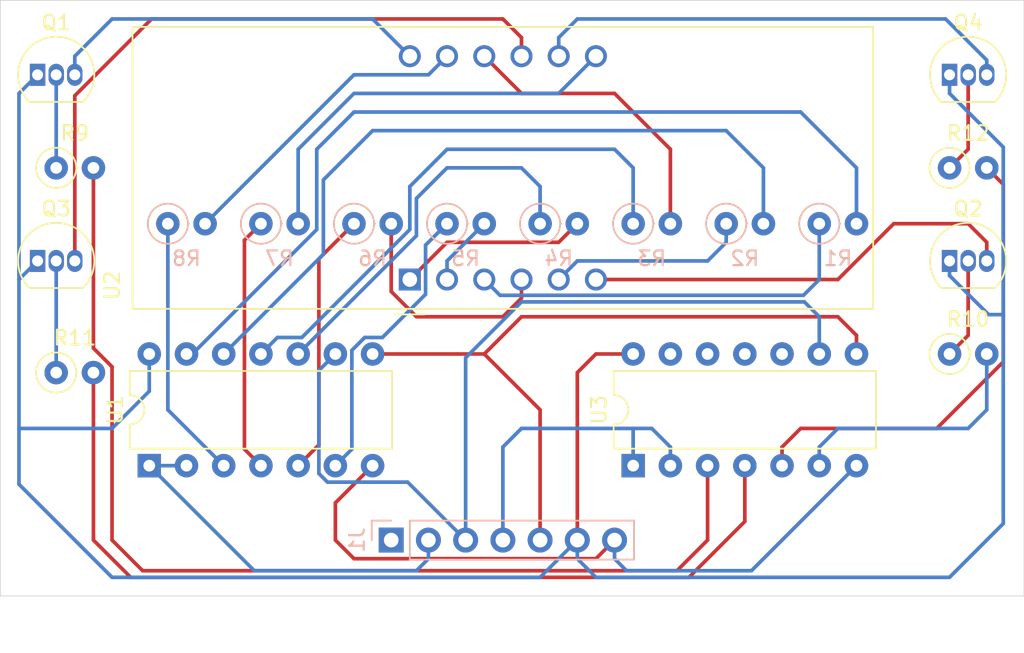
<source format=kicad_pcb>
(kicad_pcb (version 20171130) (host pcbnew "(5.1.8-0-10_14)")

  (general
    (thickness 1.6)
    (drawings 4)
    (tracks 181)
    (zones 0)
    (modules 20)
    (nets 40)
  )

  (page A4)
  (layers
    (0 F.Cu signal)
    (31 B.Cu signal)
    (32 B.Adhes user)
    (33 F.Adhes user)
    (34 B.Paste user)
    (35 F.Paste user)
    (36 B.SilkS user)
    (37 F.SilkS user)
    (38 B.Mask user)
    (39 F.Mask user)
    (40 Dwgs.User user)
    (41 Cmts.User user)
    (42 Eco1.User user)
    (43 Eco2.User user)
    (44 Edge.Cuts user)
    (45 Margin user)
    (46 B.CrtYd user)
    (47 F.CrtYd user)
    (48 B.Fab user)
    (49 F.Fab user)
  )

  (setup
    (last_trace_width 0.25)
    (trace_clearance 0.2)
    (zone_clearance 0.508)
    (zone_45_only no)
    (trace_min 0.2)
    (via_size 0.8)
    (via_drill 0.4)
    (via_min_size 0.4)
    (via_min_drill 0.3)
    (uvia_size 0.3)
    (uvia_drill 0.1)
    (uvias_allowed no)
    (uvia_min_size 0.2)
    (uvia_min_drill 0.1)
    (edge_width 0.05)
    (segment_width 0.2)
    (pcb_text_width 0.3)
    (pcb_text_size 1.5 1.5)
    (mod_edge_width 0.12)
    (mod_text_size 1 1)
    (mod_text_width 0.15)
    (pad_size 1.524 1.524)
    (pad_drill 0.762)
    (pad_to_mask_clearance 0)
    (aux_axis_origin 0 0)
    (visible_elements FFFFFF7F)
    (pcbplotparams
      (layerselection 0x010fc_ffffffff)
      (usegerberextensions false)
      (usegerberattributes true)
      (usegerberadvancedattributes true)
      (creategerberjobfile true)
      (excludeedgelayer true)
      (linewidth 0.100000)
      (plotframeref false)
      (viasonmask false)
      (mode 1)
      (useauxorigin false)
      (hpglpennumber 1)
      (hpglpenspeed 20)
      (hpglpendiameter 15.000000)
      (psnegative false)
      (psa4output false)
      (plotreference true)
      (plotvalue true)
      (plotinvisibletext false)
      (padsonsilk false)
      (subtractmaskfromsilk false)
      (outputformat 1)
      (mirror false)
      (drillshape 1)
      (scaleselection 1)
      (outputdirectory ""))
  )

  (net 0 "")
  (net 1 GND)
  (net 2 VCC)
  (net 3 /SCL)
  (net 4 /SDA)
  (net 5 /RES)
  (net 6 /DS)
  (net 7 "Net-(J1-Pad1)")
  (net 8 "Net-(Q1-Pad3)")
  (net 9 "Net-(Q1-Pad2)")
  (net 10 "Net-(Q2-Pad3)")
  (net 11 "Net-(Q2-Pad2)")
  (net 12 "Net-(Q3-Pad3)")
  (net 13 "Net-(Q3-Pad2)")
  (net 14 "Net-(Q4-Pad3)")
  (net 15 "Net-(Q4-Pad2)")
  (net 16 "Net-(R1-Pad2)")
  (net 17 "Net-(R1-Pad1)")
  (net 18 "Net-(R2-Pad2)")
  (net 19 "Net-(R2-Pad1)")
  (net 20 "Net-(R3-Pad2)")
  (net 21 "Net-(R3-Pad1)")
  (net 22 "Net-(R4-Pad2)")
  (net 23 "Net-(R4-Pad1)")
  (net 24 "Net-(R5-Pad2)")
  (net 25 "Net-(R5-Pad1)")
  (net 26 "Net-(R6-Pad2)")
  (net 27 "Net-(R6-Pad1)")
  (net 28 "Net-(R7-Pad2)")
  (net 29 "Net-(R7-Pad1)")
  (net 30 "Net-(R8-Pad2)")
  (net 31 "Net-(R8-Pad1)")
  (net 32 /CA1)
  (net 33 /CA4)
  (net 34 /CA2)
  (net 35 /CA3)
  (net 36 "Net-(U3-Pad13)")
  (net 37 "Net-(U3-Pad12)")
  (net 38 "Net-(U3-Pad11)")
  (net 39 "Net-(U3-Pad10)")

  (net_class Default "This is the default net class."
    (clearance 0.2)
    (trace_width 0.25)
    (via_dia 0.8)
    (via_drill 0.4)
    (uvia_dia 0.3)
    (uvia_drill 0.1)
    (add_net /CA1)
    (add_net /CA2)
    (add_net /CA3)
    (add_net /CA4)
    (add_net /DS)
    (add_net /RES)
    (add_net /SCL)
    (add_net /SDA)
    (add_net GND)
    (add_net "Net-(J1-Pad1)")
    (add_net "Net-(Q1-Pad2)")
    (add_net "Net-(Q1-Pad3)")
    (add_net "Net-(Q2-Pad2)")
    (add_net "Net-(Q2-Pad3)")
    (add_net "Net-(Q3-Pad2)")
    (add_net "Net-(Q3-Pad3)")
    (add_net "Net-(Q4-Pad2)")
    (add_net "Net-(Q4-Pad3)")
    (add_net "Net-(R1-Pad1)")
    (add_net "Net-(R1-Pad2)")
    (add_net "Net-(R2-Pad1)")
    (add_net "Net-(R2-Pad2)")
    (add_net "Net-(R3-Pad1)")
    (add_net "Net-(R3-Pad2)")
    (add_net "Net-(R4-Pad1)")
    (add_net "Net-(R4-Pad2)")
    (add_net "Net-(R5-Pad1)")
    (add_net "Net-(R5-Pad2)")
    (add_net "Net-(R6-Pad1)")
    (add_net "Net-(R6-Pad2)")
    (add_net "Net-(R7-Pad1)")
    (add_net "Net-(R7-Pad2)")
    (add_net "Net-(R8-Pad1)")
    (add_net "Net-(R8-Pad2)")
    (add_net "Net-(U3-Pad10)")
    (add_net "Net-(U3-Pad11)")
    (add_net "Net-(U3-Pad12)")
    (add_net "Net-(U3-Pad13)")
    (add_net VCC)
  )

  (module Display_7Segment:CA56-12EWA (layer F.Cu) (tedit 5A02FE84) (tstamp 5FC6D69D)
    (at 184.15 55.88 90)
    (descr "4 digit 7 segment green LED, http://www.kingbrightusa.com/images/catalog/SPEC/CA56-12EWA.pdf")
    (tags "4 digit 7 segment green LED")
    (path /5FC768C2)
    (fp_text reference U2 (at -0.4 -20.31 90) (layer F.SilkS)
      (effects (font (size 1 1) (thickness 0.15)))
    )
    (fp_text value CA56-12EWA (at 2.37 33.21 90) (layer F.Fab)
      (effects (font (size 1 1) (thickness 0.15)))
    )
    (fp_line (start -2 -18.92) (end 17.24 -18.92) (layer F.SilkS) (width 0.12))
    (fp_line (start -2 -18.92) (end -2 31.62) (layer F.SilkS) (width 0.12))
    (fp_line (start -2 31.62) (end 17.24 31.62) (layer F.SilkS) (width 0.12))
    (fp_line (start 17.24 31.62) (end 17.24 -18.92) (layer F.SilkS) (width 0.12))
    (fp_line (start -1.88 1) (end -0.88 0) (layer F.Fab) (width 0.1))
    (fp_line (start -0.88 0) (end -1.88 -1) (layer F.Fab) (width 0.1))
    (fp_line (start -1.88 -1) (end -1.88 -18.8) (layer F.Fab) (width 0.1))
    (fp_line (start -2.13 -19.05) (end 17.37 -19.05) (layer F.CrtYd) (width 0.05))
    (fp_line (start 17.37 -19.05) (end 17.37 31.75) (layer F.CrtYd) (width 0.05))
    (fp_line (start 17.37 31.75) (end -2.13 31.75) (layer F.CrtYd) (width 0.05))
    (fp_line (start -2.13 31.75) (end -2.13 -19.05) (layer F.CrtYd) (width 0.05))
    (fp_line (start -2.38 -1) (end -2.38 1) (layer F.SilkS) (width 0.12))
    (fp_line (start -1.88 -18.8) (end 17.12 -18.8) (layer F.Fab) (width 0.1))
    (fp_line (start 17.12 -18.8) (end 17.12 31.5) (layer F.Fab) (width 0.1))
    (fp_line (start -1.88 31.5) (end 17.12 31.5) (layer F.Fab) (width 0.1))
    (fp_line (start -1.88 1) (end -1.88 31.5) (layer F.Fab) (width 0.1))
    (fp_text user %R (at 8.128 6.604 90) (layer F.Fab)
      (effects (font (size 1 1) (thickness 0.15)))
    )
    (pad 12 thru_hole circle (at 15.24 0 90) (size 1.5 1.5) (drill 1) (layers *.Cu *.Mask)
      (net 8 "Net-(Q1-Pad3)"))
    (pad 11 thru_hole circle (at 15.24 2.54 90) (size 1.5 1.5) (drill 1) (layers *.Cu *.Mask)
      (net 30 "Net-(R8-Pad2)"))
    (pad 10 thru_hole circle (at 15.24 5.08 90) (size 1.5 1.5) (drill 1) (layers *.Cu *.Mask)
      (net 20 "Net-(R3-Pad2)"))
    (pad 9 thru_hole circle (at 15.24 7.62 90) (size 1.5 1.5) (drill 1) (layers *.Cu *.Mask)
      (net 12 "Net-(Q3-Pad3)"))
    (pad 8 thru_hole circle (at 15.24 10.16 90) (size 1.5 1.5) (drill 1) (layers *.Cu *.Mask)
      (net 14 "Net-(Q4-Pad3)"))
    (pad 7 thru_hole circle (at 15.24 12.7 90) (size 1.5 1.5) (drill 1) (layers *.Cu *.Mask)
      (net 28 "Net-(R7-Pad2)"))
    (pad 6 thru_hole circle (at 0 12.7 90) (size 1.5 1.5) (drill 1) (layers *.Cu *.Mask)
      (net 10 "Net-(Q2-Pad3)"))
    (pad 5 thru_hole circle (at 0 10.16 90) (size 1.5 1.5) (drill 1) (layers *.Cu *.Mask)
      (net 19 "Net-(R2-Pad1)"))
    (pad 4 thru_hole circle (at 0 7.62 90) (size 1.5 1.5) (drill 1) (layers *.Cu *.Mask)
      (net 26 "Net-(R6-Pad2)"))
    (pad 3 thru_hole circle (at 0 5.08 90) (size 1.5 1.5) (drill 1) (layers *.Cu *.Mask)
      (net 17 "Net-(R1-Pad1)"))
    (pad 2 thru_hole circle (at 0 2.54 90) (size 1.5 1.5) (drill 1) (layers *.Cu *.Mask)
      (net 24 "Net-(R5-Pad2)"))
    (pad 1 thru_hole rect (at 0 0 90) (size 1.5 1.5) (drill 1) (layers *.Cu *.Mask)
      (net 22 "Net-(R4-Pad2)"))
    (model ${KISYS3DMOD}/Display_7Segment.3dshapes/CA56-12EWA.wrl
      (at (xyz 0 0 0))
      (scale (xyz 1 1 1))
      (rotate (xyz 0 0 0))
    )
  )

  (module Package_DIP:DIP-14_W7.62mm (layer F.Cu) (tedit 5A02E8C5) (tstamp 5FC6D6BF)
    (at 199.39 68.58 90)
    (descr "14-lead though-hole mounted DIP package, row spacing 7.62 mm (300 mils)")
    (tags "THT DIP DIL PDIP 2.54mm 7.62mm 300mil")
    (path /5FDBA7A1)
    (fp_text reference U3 (at 3.81 -2.33 90) (layer F.SilkS)
      (effects (font (size 1 1) (thickness 0.15)))
    )
    (fp_text value 74HC164 (at 3.81 17.57 90) (layer F.Fab)
      (effects (font (size 1 1) (thickness 0.15)))
    )
    (fp_line (start 1.635 -1.27) (end 6.985 -1.27) (layer F.Fab) (width 0.1))
    (fp_line (start 6.985 -1.27) (end 6.985 16.51) (layer F.Fab) (width 0.1))
    (fp_line (start 6.985 16.51) (end 0.635 16.51) (layer F.Fab) (width 0.1))
    (fp_line (start 0.635 16.51) (end 0.635 -0.27) (layer F.Fab) (width 0.1))
    (fp_line (start 0.635 -0.27) (end 1.635 -1.27) (layer F.Fab) (width 0.1))
    (fp_line (start 2.81 -1.33) (end 1.16 -1.33) (layer F.SilkS) (width 0.12))
    (fp_line (start 1.16 -1.33) (end 1.16 16.57) (layer F.SilkS) (width 0.12))
    (fp_line (start 1.16 16.57) (end 6.46 16.57) (layer F.SilkS) (width 0.12))
    (fp_line (start 6.46 16.57) (end 6.46 -1.33) (layer F.SilkS) (width 0.12))
    (fp_line (start 6.46 -1.33) (end 4.81 -1.33) (layer F.SilkS) (width 0.12))
    (fp_line (start -1.1 -1.55) (end -1.1 16.8) (layer F.CrtYd) (width 0.05))
    (fp_line (start -1.1 16.8) (end 8.7 16.8) (layer F.CrtYd) (width 0.05))
    (fp_line (start 8.7 16.8) (end 8.7 -1.55) (layer F.CrtYd) (width 0.05))
    (fp_line (start 8.7 -1.55) (end -1.1 -1.55) (layer F.CrtYd) (width 0.05))
    (fp_text user %R (at 3.81 7.62 90) (layer F.Fab)
      (effects (font (size 1 1) (thickness 0.15)))
    )
    (fp_arc (start 3.81 -1.33) (end 2.81 -1.33) (angle -180) (layer F.SilkS) (width 0.12))
    (pad 14 thru_hole oval (at 7.62 0 90) (size 1.6 1.6) (drill 0.8) (layers *.Cu *.Mask)
      (net 2 VCC))
    (pad 7 thru_hole oval (at 0 15.24 90) (size 1.6 1.6) (drill 0.8) (layers *.Cu *.Mask)
      (net 1 GND))
    (pad 13 thru_hole oval (at 7.62 2.54 90) (size 1.6 1.6) (drill 0.8) (layers *.Cu *.Mask)
      (net 36 "Net-(U3-Pad13)"))
    (pad 6 thru_hole oval (at 0 12.7 90) (size 1.6 1.6) (drill 0.8) (layers *.Cu *.Mask)
      (net 33 /CA4))
    (pad 12 thru_hole oval (at 7.62 5.08 90) (size 1.6 1.6) (drill 0.8) (layers *.Cu *.Mask)
      (net 37 "Net-(U3-Pad12)"))
    (pad 5 thru_hole oval (at 0 10.16 90) (size 1.6 1.6) (drill 0.8) (layers *.Cu *.Mask)
      (net 35 /CA3))
    (pad 11 thru_hole oval (at 7.62 7.62 90) (size 1.6 1.6) (drill 0.8) (layers *.Cu *.Mask)
      (net 38 "Net-(U3-Pad11)"))
    (pad 4 thru_hole oval (at 0 7.62 90) (size 1.6 1.6) (drill 0.8) (layers *.Cu *.Mask)
      (net 34 /CA2))
    (pad 10 thru_hole oval (at 7.62 10.16 90) (size 1.6 1.6) (drill 0.8) (layers *.Cu *.Mask)
      (net 39 "Net-(U3-Pad10)"))
    (pad 3 thru_hole oval (at 0 5.08 90) (size 1.6 1.6) (drill 0.8) (layers *.Cu *.Mask)
      (net 32 /CA1))
    (pad 9 thru_hole oval (at 7.62 12.7 90) (size 1.6 1.6) (drill 0.8) (layers *.Cu *.Mask)
      (net 5 /RES))
    (pad 2 thru_hole oval (at 0 2.54 90) (size 1.6 1.6) (drill 0.8) (layers *.Cu *.Mask)
      (net 4 /SDA))
    (pad 8 thru_hole oval (at 7.62 15.24 90) (size 1.6 1.6) (drill 0.8) (layers *.Cu *.Mask)
      (net 3 /SCL))
    (pad 1 thru_hole rect (at 0 0 90) (size 1.6 1.6) (drill 0.8) (layers *.Cu *.Mask)
      (net 4 /SDA))
    (model ${KISYS3DMOD}/Package_DIP.3dshapes/DIP-14_W7.62mm.wrl
      (at (xyz 0 0 0))
      (scale (xyz 1 1 1))
      (rotate (xyz 0 0 0))
    )
  )

  (module Package_DIP:DIP-14_W7.62mm (layer F.Cu) (tedit 5A02E8C5) (tstamp 5FC6D67C)
    (at 166.37 68.58 90)
    (descr "14-lead though-hole mounted DIP package, row spacing 7.62 mm (300 mils)")
    (tags "THT DIP DIL PDIP 2.54mm 7.62mm 300mil")
    (path /5FDB6A83)
    (fp_text reference U1 (at 3.81 -2.33 90) (layer F.SilkS)
      (effects (font (size 1 1) (thickness 0.15)))
    )
    (fp_text value 74HC164 (at 3.81 17.57 90) (layer F.Fab)
      (effects (font (size 1 1) (thickness 0.15)))
    )
    (fp_line (start 1.635 -1.27) (end 6.985 -1.27) (layer F.Fab) (width 0.1))
    (fp_line (start 6.985 -1.27) (end 6.985 16.51) (layer F.Fab) (width 0.1))
    (fp_line (start 6.985 16.51) (end 0.635 16.51) (layer F.Fab) (width 0.1))
    (fp_line (start 0.635 16.51) (end 0.635 -0.27) (layer F.Fab) (width 0.1))
    (fp_line (start 0.635 -0.27) (end 1.635 -1.27) (layer F.Fab) (width 0.1))
    (fp_line (start 2.81 -1.33) (end 1.16 -1.33) (layer F.SilkS) (width 0.12))
    (fp_line (start 1.16 -1.33) (end 1.16 16.57) (layer F.SilkS) (width 0.12))
    (fp_line (start 1.16 16.57) (end 6.46 16.57) (layer F.SilkS) (width 0.12))
    (fp_line (start 6.46 16.57) (end 6.46 -1.33) (layer F.SilkS) (width 0.12))
    (fp_line (start 6.46 -1.33) (end 4.81 -1.33) (layer F.SilkS) (width 0.12))
    (fp_line (start -1.1 -1.55) (end -1.1 16.8) (layer F.CrtYd) (width 0.05))
    (fp_line (start -1.1 16.8) (end 8.7 16.8) (layer F.CrtYd) (width 0.05))
    (fp_line (start 8.7 16.8) (end 8.7 -1.55) (layer F.CrtYd) (width 0.05))
    (fp_line (start 8.7 -1.55) (end -1.1 -1.55) (layer F.CrtYd) (width 0.05))
    (fp_text user %R (at 3.81 7.62 90) (layer F.Fab)
      (effects (font (size 1 1) (thickness 0.15)))
    )
    (fp_arc (start 3.81 -1.33) (end 2.81 -1.33) (angle -180) (layer F.SilkS) (width 0.12))
    (pad 14 thru_hole oval (at 7.62 0 90) (size 1.6 1.6) (drill 0.8) (layers *.Cu *.Mask)
      (net 2 VCC))
    (pad 7 thru_hole oval (at 0 15.24 90) (size 1.6 1.6) (drill 0.8) (layers *.Cu *.Mask)
      (net 1 GND))
    (pad 13 thru_hole oval (at 7.62 2.54 90) (size 1.6 1.6) (drill 0.8) (layers *.Cu *.Mask)
      (net 16 "Net-(R1-Pad2)"))
    (pad 6 thru_hole oval (at 0 12.7 90) (size 1.6 1.6) (drill 0.8) (layers *.Cu *.Mask)
      (net 25 "Net-(R5-Pad1)"))
    (pad 12 thru_hole oval (at 7.62 5.08 90) (size 1.6 1.6) (drill 0.8) (layers *.Cu *.Mask)
      (net 18 "Net-(R2-Pad2)"))
    (pad 5 thru_hole oval (at 0 10.16 90) (size 1.6 1.6) (drill 0.8) (layers *.Cu *.Mask)
      (net 27 "Net-(R6-Pad1)"))
    (pad 11 thru_hole oval (at 7.62 7.62 90) (size 1.6 1.6) (drill 0.8) (layers *.Cu *.Mask)
      (net 21 "Net-(R3-Pad1)"))
    (pad 4 thru_hole oval (at 0 7.62 90) (size 1.6 1.6) (drill 0.8) (layers *.Cu *.Mask)
      (net 29 "Net-(R7-Pad1)"))
    (pad 10 thru_hole oval (at 7.62 10.16 90) (size 1.6 1.6) (drill 0.8) (layers *.Cu *.Mask)
      (net 23 "Net-(R4-Pad1)"))
    (pad 3 thru_hole oval (at 0 5.08 90) (size 1.6 1.6) (drill 0.8) (layers *.Cu *.Mask)
      (net 31 "Net-(R8-Pad1)"))
    (pad 9 thru_hole oval (at 7.62 12.7 90) (size 1.6 1.6) (drill 0.8) (layers *.Cu *.Mask)
      (net 5 /RES))
    (pad 2 thru_hole oval (at 0 2.54 90) (size 1.6 1.6) (drill 0.8) (layers *.Cu *.Mask)
      (net 6 /DS))
    (pad 8 thru_hole oval (at 7.62 15.24 90) (size 1.6 1.6) (drill 0.8) (layers *.Cu *.Mask)
      (net 3 /SCL))
    (pad 1 thru_hole rect (at 0 0 90) (size 1.6 1.6) (drill 0.8) (layers *.Cu *.Mask)
      (net 6 /DS))
    (model ${KISYS3DMOD}/Package_DIP.3dshapes/DIP-14_W7.62mm.wrl
      (at (xyz 0 0 0))
      (scale (xyz 1 1 1))
      (rotate (xyz 0 0 0))
    )
  )

  (module Resistor_THT:R_Axial_DIN0207_L6.3mm_D2.5mm_P2.54mm_Vertical (layer F.Cu) (tedit 5AE5139B) (tstamp 5FC6D65A)
    (at 220.98 48.26)
    (descr "Resistor, Axial_DIN0207 series, Axial, Vertical, pin pitch=2.54mm, 0.25W = 1/4W, length*diameter=6.3*2.5mm^2, http://cdn-reichelt.de/documents/datenblatt/B400/1_4W%23YAG.pdf")
    (tags "Resistor Axial_DIN0207 series Axial Vertical pin pitch 2.54mm 0.25W = 1/4W length 6.3mm diameter 2.5mm")
    (path /5FC70A7C)
    (fp_text reference R12 (at 1.27 -2.37) (layer F.SilkS)
      (effects (font (size 1 1) (thickness 0.15)))
    )
    (fp_text value 1K (at 1.27 2.37) (layer F.Fab)
      (effects (font (size 1 1) (thickness 0.15)))
    )
    (fp_circle (center 0 0) (end 1.25 0) (layer F.Fab) (width 0.1))
    (fp_circle (center 0 0) (end 1.37 0) (layer F.SilkS) (width 0.12))
    (fp_line (start 0 0) (end 2.54 0) (layer F.Fab) (width 0.1))
    (fp_line (start 1.37 0) (end 1.44 0) (layer F.SilkS) (width 0.12))
    (fp_line (start -1.5 -1.5) (end -1.5 1.5) (layer F.CrtYd) (width 0.05))
    (fp_line (start -1.5 1.5) (end 3.59 1.5) (layer F.CrtYd) (width 0.05))
    (fp_line (start 3.59 1.5) (end 3.59 -1.5) (layer F.CrtYd) (width 0.05))
    (fp_line (start 3.59 -1.5) (end -1.5 -1.5) (layer F.CrtYd) (width 0.05))
    (fp_text user %R (at 1.27 -2.37) (layer F.Fab)
      (effects (font (size 1 1) (thickness 0.15)))
    )
    (pad 2 thru_hole oval (at 2.54 0) (size 1.6 1.6) (drill 0.8) (layers *.Cu *.Mask)
      (net 35 /CA3))
    (pad 1 thru_hole circle (at 0 0) (size 1.6 1.6) (drill 0.8) (layers *.Cu *.Mask)
      (net 15 "Net-(Q4-Pad2)"))
    (model ${KISYS3DMOD}/Resistor_THT.3dshapes/R_Axial_DIN0207_L6.3mm_D2.5mm_P2.54mm_Vertical.wrl
      (at (xyz 0 0 0))
      (scale (xyz 1 1 1))
      (rotate (xyz 0 0 0))
    )
  )

  (module Resistor_THT:R_Axial_DIN0207_L6.3mm_D2.5mm_P2.54mm_Vertical (layer F.Cu) (tedit 5AE5139B) (tstamp 5FC67D9A)
    (at 160.02 62.23)
    (descr "Resistor, Axial_DIN0207 series, Axial, Vertical, pin pitch=2.54mm, 0.25W = 1/4W, length*diameter=6.3*2.5mm^2, http://cdn-reichelt.de/documents/datenblatt/B400/1_4W%23YAG.pdf")
    (tags "Resistor Axial_DIN0207 series Axial Vertical pin pitch 2.54mm 0.25W = 1/4W length 6.3mm diameter 2.5mm")
    (path /5FC6F724)
    (fp_text reference R11 (at 1.27 -2.37) (layer F.SilkS)
      (effects (font (size 1 1) (thickness 0.15)))
    )
    (fp_text value 1K (at 1.27 2.37) (layer F.Fab)
      (effects (font (size 1 1) (thickness 0.15)))
    )
    (fp_circle (center 0 0) (end 1.25 0) (layer F.Fab) (width 0.1))
    (fp_circle (center 0 0) (end 1.37 0) (layer F.SilkS) (width 0.12))
    (fp_line (start 0 0) (end 2.54 0) (layer F.Fab) (width 0.1))
    (fp_line (start 1.37 0) (end 1.44 0) (layer F.SilkS) (width 0.12))
    (fp_line (start -1.5 -1.5) (end -1.5 1.5) (layer F.CrtYd) (width 0.05))
    (fp_line (start -1.5 1.5) (end 3.59 1.5) (layer F.CrtYd) (width 0.05))
    (fp_line (start 3.59 1.5) (end 3.59 -1.5) (layer F.CrtYd) (width 0.05))
    (fp_line (start 3.59 -1.5) (end -1.5 -1.5) (layer F.CrtYd) (width 0.05))
    (fp_text user %R (at 1.27 -2.37) (layer F.Fab)
      (effects (font (size 1 1) (thickness 0.15)))
    )
    (pad 2 thru_hole oval (at 2.54 0) (size 1.6 1.6) (drill 0.8) (layers *.Cu *.Mask)
      (net 34 /CA2))
    (pad 1 thru_hole circle (at 0 0) (size 1.6 1.6) (drill 0.8) (layers *.Cu *.Mask)
      (net 13 "Net-(Q3-Pad2)"))
    (model ${KISYS3DMOD}/Resistor_THT.3dshapes/R_Axial_DIN0207_L6.3mm_D2.5mm_P2.54mm_Vertical.wrl
      (at (xyz 0 0 0))
      (scale (xyz 1 1 1))
      (rotate (xyz 0 0 0))
    )
  )

  (module Resistor_THT:R_Axial_DIN0207_L6.3mm_D2.5mm_P2.54mm_Vertical (layer F.Cu) (tedit 5AE5139B) (tstamp 5FC67DD3)
    (at 220.98 60.96)
    (descr "Resistor, Axial_DIN0207 series, Axial, Vertical, pin pitch=2.54mm, 0.25W = 1/4W, length*diameter=6.3*2.5mm^2, http://cdn-reichelt.de/documents/datenblatt/B400/1_4W%23YAG.pdf")
    (tags "Resistor Axial_DIN0207 series Axial Vertical pin pitch 2.54mm 0.25W = 1/4W length 6.3mm diameter 2.5mm")
    (path /5FC6E8A2)
    (fp_text reference R10 (at 1.27 -2.37) (layer F.SilkS)
      (effects (font (size 1 1) (thickness 0.15)))
    )
    (fp_text value 1K (at 1.27 2.37) (layer F.Fab)
      (effects (font (size 1 1) (thickness 0.15)))
    )
    (fp_circle (center 0 0) (end 1.25 0) (layer F.Fab) (width 0.1))
    (fp_circle (center 0 0) (end 1.37 0) (layer F.SilkS) (width 0.12))
    (fp_line (start 0 0) (end 2.54 0) (layer F.Fab) (width 0.1))
    (fp_line (start 1.37 0) (end 1.44 0) (layer F.SilkS) (width 0.12))
    (fp_line (start -1.5 -1.5) (end -1.5 1.5) (layer F.CrtYd) (width 0.05))
    (fp_line (start -1.5 1.5) (end 3.59 1.5) (layer F.CrtYd) (width 0.05))
    (fp_line (start 3.59 1.5) (end 3.59 -1.5) (layer F.CrtYd) (width 0.05))
    (fp_line (start 3.59 -1.5) (end -1.5 -1.5) (layer F.CrtYd) (width 0.05))
    (fp_text user %R (at 1.27 -2.37) (layer F.Fab)
      (effects (font (size 1 1) (thickness 0.15)))
    )
    (pad 2 thru_hole oval (at 2.54 0) (size 1.6 1.6) (drill 0.8) (layers *.Cu *.Mask)
      (net 33 /CA4))
    (pad 1 thru_hole circle (at 0 0) (size 1.6 1.6) (drill 0.8) (layers *.Cu *.Mask)
      (net 11 "Net-(Q2-Pad2)"))
    (model ${KISYS3DMOD}/Resistor_THT.3dshapes/R_Axial_DIN0207_L6.3mm_D2.5mm_P2.54mm_Vertical.wrl
      (at (xyz 0 0 0))
      (scale (xyz 1 1 1))
      (rotate (xyz 0 0 0))
    )
  )

  (module Resistor_THT:R_Axial_DIN0207_L6.3mm_D2.5mm_P2.54mm_Vertical (layer F.Cu) (tedit 5AE5139B) (tstamp 5FC6D62D)
    (at 160.02 48.26)
    (descr "Resistor, Axial_DIN0207 series, Axial, Vertical, pin pitch=2.54mm, 0.25W = 1/4W, length*diameter=6.3*2.5mm^2, http://cdn-reichelt.de/documents/datenblatt/B400/1_4W%23YAG.pdf")
    (tags "Resistor Axial_DIN0207 series Axial Vertical pin pitch 2.54mm 0.25W = 1/4W length 6.3mm diameter 2.5mm")
    (path /5FC712D4)
    (fp_text reference R9 (at 1.27 -2.37) (layer F.SilkS)
      (effects (font (size 1 1) (thickness 0.15)))
    )
    (fp_text value 1K (at 1.27 2.37) (layer F.Fab)
      (effects (font (size 1 1) (thickness 0.15)))
    )
    (fp_circle (center 0 0) (end 1.25 0) (layer F.Fab) (width 0.1))
    (fp_circle (center 0 0) (end 1.37 0) (layer F.SilkS) (width 0.12))
    (fp_line (start 0 0) (end 2.54 0) (layer F.Fab) (width 0.1))
    (fp_line (start 1.37 0) (end 1.44 0) (layer F.SilkS) (width 0.12))
    (fp_line (start -1.5 -1.5) (end -1.5 1.5) (layer F.CrtYd) (width 0.05))
    (fp_line (start -1.5 1.5) (end 3.59 1.5) (layer F.CrtYd) (width 0.05))
    (fp_line (start 3.59 1.5) (end 3.59 -1.5) (layer F.CrtYd) (width 0.05))
    (fp_line (start 3.59 -1.5) (end -1.5 -1.5) (layer F.CrtYd) (width 0.05))
    (fp_text user %R (at 1.27 -2.37) (layer F.Fab)
      (effects (font (size 1 1) (thickness 0.15)))
    )
    (pad 2 thru_hole oval (at 2.54 0) (size 1.6 1.6) (drill 0.8) (layers *.Cu *.Mask)
      (net 32 /CA1))
    (pad 1 thru_hole circle (at 0 0) (size 1.6 1.6) (drill 0.8) (layers *.Cu *.Mask)
      (net 9 "Net-(Q1-Pad2)"))
    (model ${KISYS3DMOD}/Resistor_THT.3dshapes/R_Axial_DIN0207_L6.3mm_D2.5mm_P2.54mm_Vertical.wrl
      (at (xyz 0 0 0))
      (scale (xyz 1 1 1))
      (rotate (xyz 0 0 0))
    )
  )

  (module Resistor_THT:R_Axial_DIN0207_L6.3mm_D2.5mm_P2.54mm_Vertical (layer B.Cu) (tedit 5AE5139B) (tstamp 5FC6D61E)
    (at 167.64 52.07)
    (descr "Resistor, Axial_DIN0207 series, Axial, Vertical, pin pitch=2.54mm, 0.25W = 1/4W, length*diameter=6.3*2.5mm^2, http://cdn-reichelt.de/documents/datenblatt/B400/1_4W%23YAG.pdf")
    (tags "Resistor Axial_DIN0207 series Axial Vertical pin pitch 2.54mm 0.25W = 1/4W length 6.3mm diameter 2.5mm")
    (path /5FC736D1)
    (fp_text reference R8 (at 1.27 2.37) (layer B.SilkS)
      (effects (font (size 1 1) (thickness 0.15)) (justify mirror))
    )
    (fp_text value 330 (at 1.27 -2.37) (layer B.Fab)
      (effects (font (size 1 1) (thickness 0.15)) (justify mirror))
    )
    (fp_circle (center 0 0) (end 1.25 0) (layer B.Fab) (width 0.1))
    (fp_circle (center 0 0) (end 1.37 0) (layer B.SilkS) (width 0.12))
    (fp_line (start 0 0) (end 2.54 0) (layer B.Fab) (width 0.1))
    (fp_line (start 1.37 0) (end 1.44 0) (layer B.SilkS) (width 0.12))
    (fp_line (start -1.5 1.5) (end -1.5 -1.5) (layer B.CrtYd) (width 0.05))
    (fp_line (start -1.5 -1.5) (end 3.59 -1.5) (layer B.CrtYd) (width 0.05))
    (fp_line (start 3.59 -1.5) (end 3.59 1.5) (layer B.CrtYd) (width 0.05))
    (fp_line (start 3.59 1.5) (end -1.5 1.5) (layer B.CrtYd) (width 0.05))
    (fp_text user %R (at 1.27 2.37) (layer B.Fab)
      (effects (font (size 1 1) (thickness 0.15)) (justify mirror))
    )
    (pad 2 thru_hole oval (at 2.54 0) (size 1.6 1.6) (drill 0.8) (layers *.Cu *.Mask)
      (net 30 "Net-(R8-Pad2)"))
    (pad 1 thru_hole circle (at 0 0) (size 1.6 1.6) (drill 0.8) (layers *.Cu *.Mask)
      (net 31 "Net-(R8-Pad1)"))
    (model ${KISYS3DMOD}/Resistor_THT.3dshapes/R_Axial_DIN0207_L6.3mm_D2.5mm_P2.54mm_Vertical.wrl
      (at (xyz 0 0 0))
      (scale (xyz 1 1 1))
      (rotate (xyz 0 0 0))
    )
  )

  (module Resistor_THT:R_Axial_DIN0207_L6.3mm_D2.5mm_P2.54mm_Vertical (layer B.Cu) (tedit 5AE5139B) (tstamp 5FC6D60F)
    (at 173.99 52.07)
    (descr "Resistor, Axial_DIN0207 series, Axial, Vertical, pin pitch=2.54mm, 0.25W = 1/4W, length*diameter=6.3*2.5mm^2, http://cdn-reichelt.de/documents/datenblatt/B400/1_4W%23YAG.pdf")
    (tags "Resistor Axial_DIN0207 series Axial Vertical pin pitch 2.54mm 0.25W = 1/4W length 6.3mm diameter 2.5mm")
    (path /5FC72F8E)
    (fp_text reference R7 (at 1.27 2.37) (layer B.SilkS)
      (effects (font (size 1 1) (thickness 0.15)) (justify mirror))
    )
    (fp_text value 330 (at 1.27 -2.37) (layer B.Fab)
      (effects (font (size 1 1) (thickness 0.15)) (justify mirror))
    )
    (fp_circle (center 0 0) (end 1.25 0) (layer B.Fab) (width 0.1))
    (fp_circle (center 0 0) (end 1.37 0) (layer B.SilkS) (width 0.12))
    (fp_line (start 0 0) (end 2.54 0) (layer B.Fab) (width 0.1))
    (fp_line (start 1.37 0) (end 1.44 0) (layer B.SilkS) (width 0.12))
    (fp_line (start -1.5 1.5) (end -1.5 -1.5) (layer B.CrtYd) (width 0.05))
    (fp_line (start -1.5 -1.5) (end 3.59 -1.5) (layer B.CrtYd) (width 0.05))
    (fp_line (start 3.59 -1.5) (end 3.59 1.5) (layer B.CrtYd) (width 0.05))
    (fp_line (start 3.59 1.5) (end -1.5 1.5) (layer B.CrtYd) (width 0.05))
    (fp_text user %R (at 1.27 2.37) (layer B.Fab)
      (effects (font (size 1 1) (thickness 0.15)) (justify mirror))
    )
    (pad 2 thru_hole oval (at 2.54 0) (size 1.6 1.6) (drill 0.8) (layers *.Cu *.Mask)
      (net 28 "Net-(R7-Pad2)"))
    (pad 1 thru_hole circle (at 0 0) (size 1.6 1.6) (drill 0.8) (layers *.Cu *.Mask)
      (net 29 "Net-(R7-Pad1)"))
    (model ${KISYS3DMOD}/Resistor_THT.3dshapes/R_Axial_DIN0207_L6.3mm_D2.5mm_P2.54mm_Vertical.wrl
      (at (xyz 0 0 0))
      (scale (xyz 1 1 1))
      (rotate (xyz 0 0 0))
    )
  )

  (module Resistor_THT:R_Axial_DIN0207_L6.3mm_D2.5mm_P2.54mm_Vertical (layer B.Cu) (tedit 5AE5139B) (tstamp 5FC6D600)
    (at 180.34 52.07)
    (descr "Resistor, Axial_DIN0207 series, Axial, Vertical, pin pitch=2.54mm, 0.25W = 1/4W, length*diameter=6.3*2.5mm^2, http://cdn-reichelt.de/documents/datenblatt/B400/1_4W%23YAG.pdf")
    (tags "Resistor Axial_DIN0207 series Axial Vertical pin pitch 2.54mm 0.25W = 1/4W length 6.3mm diameter 2.5mm")
    (path /5FC72A69)
    (fp_text reference R6 (at 1.27 2.37) (layer B.SilkS)
      (effects (font (size 1 1) (thickness 0.15)) (justify mirror))
    )
    (fp_text value 330 (at 1.27 -2.37) (layer B.Fab)
      (effects (font (size 1 1) (thickness 0.15)) (justify mirror))
    )
    (fp_circle (center 0 0) (end 1.25 0) (layer B.Fab) (width 0.1))
    (fp_circle (center 0 0) (end 1.37 0) (layer B.SilkS) (width 0.12))
    (fp_line (start 0 0) (end 2.54 0) (layer B.Fab) (width 0.1))
    (fp_line (start 1.37 0) (end 1.44 0) (layer B.SilkS) (width 0.12))
    (fp_line (start -1.5 1.5) (end -1.5 -1.5) (layer B.CrtYd) (width 0.05))
    (fp_line (start -1.5 -1.5) (end 3.59 -1.5) (layer B.CrtYd) (width 0.05))
    (fp_line (start 3.59 -1.5) (end 3.59 1.5) (layer B.CrtYd) (width 0.05))
    (fp_line (start 3.59 1.5) (end -1.5 1.5) (layer B.CrtYd) (width 0.05))
    (fp_text user %R (at 1.27 2.37) (layer B.Fab)
      (effects (font (size 1 1) (thickness 0.15)) (justify mirror))
    )
    (pad 2 thru_hole oval (at 2.54 0) (size 1.6 1.6) (drill 0.8) (layers *.Cu *.Mask)
      (net 26 "Net-(R6-Pad2)"))
    (pad 1 thru_hole circle (at 0 0) (size 1.6 1.6) (drill 0.8) (layers *.Cu *.Mask)
      (net 27 "Net-(R6-Pad1)"))
    (model ${KISYS3DMOD}/Resistor_THT.3dshapes/R_Axial_DIN0207_L6.3mm_D2.5mm_P2.54mm_Vertical.wrl
      (at (xyz 0 0 0))
      (scale (xyz 1 1 1))
      (rotate (xyz 0 0 0))
    )
  )

  (module Resistor_THT:R_Axial_DIN0207_L6.3mm_D2.5mm_P2.54mm_Vertical (layer B.Cu) (tedit 5AE5139B) (tstamp 5FC6D5F1)
    (at 186.69 52.07)
    (descr "Resistor, Axial_DIN0207 series, Axial, Vertical, pin pitch=2.54mm, 0.25W = 1/4W, length*diameter=6.3*2.5mm^2, http://cdn-reichelt.de/documents/datenblatt/B400/1_4W%23YAG.pdf")
    (tags "Resistor Axial_DIN0207 series Axial Vertical pin pitch 2.54mm 0.25W = 1/4W length 6.3mm diameter 2.5mm")
    (path /5FC7217C)
    (fp_text reference R5 (at 1.27 2.37) (layer B.SilkS)
      (effects (font (size 1 1) (thickness 0.15)) (justify mirror))
    )
    (fp_text value 330 (at 1.27 -2.37) (layer B.Fab)
      (effects (font (size 1 1) (thickness 0.15)) (justify mirror))
    )
    (fp_circle (center 0 0) (end 1.25 0) (layer B.Fab) (width 0.1))
    (fp_circle (center 0 0) (end 1.37 0) (layer B.SilkS) (width 0.12))
    (fp_line (start 0 0) (end 2.54 0) (layer B.Fab) (width 0.1))
    (fp_line (start 1.37 0) (end 1.44 0) (layer B.SilkS) (width 0.12))
    (fp_line (start -1.5 1.5) (end -1.5 -1.5) (layer B.CrtYd) (width 0.05))
    (fp_line (start -1.5 -1.5) (end 3.59 -1.5) (layer B.CrtYd) (width 0.05))
    (fp_line (start 3.59 -1.5) (end 3.59 1.5) (layer B.CrtYd) (width 0.05))
    (fp_line (start 3.59 1.5) (end -1.5 1.5) (layer B.CrtYd) (width 0.05))
    (fp_text user %R (at 1.27 2.37) (layer B.Fab)
      (effects (font (size 1 1) (thickness 0.15)) (justify mirror))
    )
    (pad 2 thru_hole oval (at 2.54 0) (size 1.6 1.6) (drill 0.8) (layers *.Cu *.Mask)
      (net 24 "Net-(R5-Pad2)"))
    (pad 1 thru_hole circle (at 0 0) (size 1.6 1.6) (drill 0.8) (layers *.Cu *.Mask)
      (net 25 "Net-(R5-Pad1)"))
    (model ${KISYS3DMOD}/Resistor_THT.3dshapes/R_Axial_DIN0207_L6.3mm_D2.5mm_P2.54mm_Vertical.wrl
      (at (xyz 0 0 0))
      (scale (xyz 1 1 1))
      (rotate (xyz 0 0 0))
    )
  )

  (module Resistor_THT:R_Axial_DIN0207_L6.3mm_D2.5mm_P2.54mm_Vertical (layer B.Cu) (tedit 5AE5139B) (tstamp 5FC6D5E2)
    (at 193.04 52.07)
    (descr "Resistor, Axial_DIN0207 series, Axial, Vertical, pin pitch=2.54mm, 0.25W = 1/4W, length*diameter=6.3*2.5mm^2, http://cdn-reichelt.de/documents/datenblatt/B400/1_4W%23YAG.pdf")
    (tags "Resistor Axial_DIN0207 series Axial Vertical pin pitch 2.54mm 0.25W = 1/4W length 6.3mm diameter 2.5mm")
    (path /5FC7193C)
    (fp_text reference R4 (at 1.27 2.37) (layer B.SilkS)
      (effects (font (size 1 1) (thickness 0.15)) (justify mirror))
    )
    (fp_text value 330 (at 1.27 -2.37) (layer B.Fab)
      (effects (font (size 1 1) (thickness 0.15)) (justify mirror))
    )
    (fp_circle (center 0 0) (end 1.25 0) (layer B.Fab) (width 0.1))
    (fp_circle (center 0 0) (end 1.37 0) (layer B.SilkS) (width 0.12))
    (fp_line (start 0 0) (end 2.54 0) (layer B.Fab) (width 0.1))
    (fp_line (start 1.37 0) (end 1.44 0) (layer B.SilkS) (width 0.12))
    (fp_line (start -1.5 1.5) (end -1.5 -1.5) (layer B.CrtYd) (width 0.05))
    (fp_line (start -1.5 -1.5) (end 3.59 -1.5) (layer B.CrtYd) (width 0.05))
    (fp_line (start 3.59 -1.5) (end 3.59 1.5) (layer B.CrtYd) (width 0.05))
    (fp_line (start 3.59 1.5) (end -1.5 1.5) (layer B.CrtYd) (width 0.05))
    (fp_text user %R (at 1.27 2.37) (layer B.Fab)
      (effects (font (size 1 1) (thickness 0.15)) (justify mirror))
    )
    (pad 2 thru_hole oval (at 2.54 0) (size 1.6 1.6) (drill 0.8) (layers *.Cu *.Mask)
      (net 22 "Net-(R4-Pad2)"))
    (pad 1 thru_hole circle (at 0 0) (size 1.6 1.6) (drill 0.8) (layers *.Cu *.Mask)
      (net 23 "Net-(R4-Pad1)"))
    (model ${KISYS3DMOD}/Resistor_THT.3dshapes/R_Axial_DIN0207_L6.3mm_D2.5mm_P2.54mm_Vertical.wrl
      (at (xyz 0 0 0))
      (scale (xyz 1 1 1))
      (rotate (xyz 0 0 0))
    )
  )

  (module Resistor_THT:R_Axial_DIN0207_L6.3mm_D2.5mm_P2.54mm_Vertical (layer B.Cu) (tedit 5AE5139B) (tstamp 5FC6D5D3)
    (at 199.39 52.07)
    (descr "Resistor, Axial_DIN0207 series, Axial, Vertical, pin pitch=2.54mm, 0.25W = 1/4W, length*diameter=6.3*2.5mm^2, http://cdn-reichelt.de/documents/datenblatt/B400/1_4W%23YAG.pdf")
    (tags "Resistor Axial_DIN0207 series Axial Vertical pin pitch 2.54mm 0.25W = 1/4W length 6.3mm diameter 2.5mm")
    (path /5FC73CFB)
    (fp_text reference R3 (at 1.27 2.37) (layer B.SilkS)
      (effects (font (size 1 1) (thickness 0.15)) (justify mirror))
    )
    (fp_text value 330 (at 1.27 -2.37) (layer B.Fab)
      (effects (font (size 1 1) (thickness 0.15)) (justify mirror))
    )
    (fp_circle (center 0 0) (end 1.25 0) (layer B.Fab) (width 0.1))
    (fp_circle (center 0 0) (end 1.37 0) (layer B.SilkS) (width 0.12))
    (fp_line (start 0 0) (end 2.54 0) (layer B.Fab) (width 0.1))
    (fp_line (start 1.37 0) (end 1.44 0) (layer B.SilkS) (width 0.12))
    (fp_line (start -1.5 1.5) (end -1.5 -1.5) (layer B.CrtYd) (width 0.05))
    (fp_line (start -1.5 -1.5) (end 3.59 -1.5) (layer B.CrtYd) (width 0.05))
    (fp_line (start 3.59 -1.5) (end 3.59 1.5) (layer B.CrtYd) (width 0.05))
    (fp_line (start 3.59 1.5) (end -1.5 1.5) (layer B.CrtYd) (width 0.05))
    (fp_text user %R (at 1.27 2.37) (layer B.Fab)
      (effects (font (size 1 1) (thickness 0.15)) (justify mirror))
    )
    (pad 2 thru_hole oval (at 2.54 0) (size 1.6 1.6) (drill 0.8) (layers *.Cu *.Mask)
      (net 20 "Net-(R3-Pad2)"))
    (pad 1 thru_hole circle (at 0 0) (size 1.6 1.6) (drill 0.8) (layers *.Cu *.Mask)
      (net 21 "Net-(R3-Pad1)"))
    (model ${KISYS3DMOD}/Resistor_THT.3dshapes/R_Axial_DIN0207_L6.3mm_D2.5mm_P2.54mm_Vertical.wrl
      (at (xyz 0 0 0))
      (scale (xyz 1 1 1))
      (rotate (xyz 0 0 0))
    )
  )

  (module Resistor_THT:R_Axial_DIN0207_L6.3mm_D2.5mm_P2.54mm_Vertical (layer B.Cu) (tedit 5AE5139B) (tstamp 5FC6D5C4)
    (at 205.74 52.07)
    (descr "Resistor, Axial_DIN0207 series, Axial, Vertical, pin pitch=2.54mm, 0.25W = 1/4W, length*diameter=6.3*2.5mm^2, http://cdn-reichelt.de/documents/datenblatt/B400/1_4W%23YAG.pdf")
    (tags "Resistor Axial_DIN0207 series Axial Vertical pin pitch 2.54mm 0.25W = 1/4W length 6.3mm diameter 2.5mm")
    (path /5FC743B6)
    (fp_text reference R2 (at 1.27 2.37) (layer B.SilkS)
      (effects (font (size 1 1) (thickness 0.15)) (justify mirror))
    )
    (fp_text value 330 (at 1.27 -2.37) (layer B.Fab)
      (effects (font (size 1 1) (thickness 0.15)) (justify mirror))
    )
    (fp_circle (center 0 0) (end 1.25 0) (layer B.Fab) (width 0.1))
    (fp_circle (center 0 0) (end 1.37 0) (layer B.SilkS) (width 0.12))
    (fp_line (start 0 0) (end 2.54 0) (layer B.Fab) (width 0.1))
    (fp_line (start 1.37 0) (end 1.44 0) (layer B.SilkS) (width 0.12))
    (fp_line (start -1.5 1.5) (end -1.5 -1.5) (layer B.CrtYd) (width 0.05))
    (fp_line (start -1.5 -1.5) (end 3.59 -1.5) (layer B.CrtYd) (width 0.05))
    (fp_line (start 3.59 -1.5) (end 3.59 1.5) (layer B.CrtYd) (width 0.05))
    (fp_line (start 3.59 1.5) (end -1.5 1.5) (layer B.CrtYd) (width 0.05))
    (fp_text user %R (at 1.27 2.37) (layer B.Fab)
      (effects (font (size 1 1) (thickness 0.15)) (justify mirror))
    )
    (pad 2 thru_hole oval (at 2.54 0) (size 1.6 1.6) (drill 0.8) (layers *.Cu *.Mask)
      (net 18 "Net-(R2-Pad2)"))
    (pad 1 thru_hole circle (at 0 0) (size 1.6 1.6) (drill 0.8) (layers *.Cu *.Mask)
      (net 19 "Net-(R2-Pad1)"))
    (model ${KISYS3DMOD}/Resistor_THT.3dshapes/R_Axial_DIN0207_L6.3mm_D2.5mm_P2.54mm_Vertical.wrl
      (at (xyz 0 0 0))
      (scale (xyz 1 1 1))
      (rotate (xyz 0 0 0))
    )
  )

  (module Resistor_THT:R_Axial_DIN0207_L6.3mm_D2.5mm_P2.54mm_Vertical (layer B.Cu) (tedit 5AE5139B) (tstamp 5FC6D5B5)
    (at 212.09 52.07)
    (descr "Resistor, Axial_DIN0207 series, Axial, Vertical, pin pitch=2.54mm, 0.25W = 1/4W, length*diameter=6.3*2.5mm^2, http://cdn-reichelt.de/documents/datenblatt/B400/1_4W%23YAG.pdf")
    (tags "Resistor Axial_DIN0207 series Axial Vertical pin pitch 2.54mm 0.25W = 1/4W length 6.3mm diameter 2.5mm")
    (path /5FC74C41)
    (fp_text reference R1 (at 1.27 2.37) (layer B.SilkS)
      (effects (font (size 1 1) (thickness 0.15)) (justify mirror))
    )
    (fp_text value 330 (at 1.27 -2.37) (layer B.Fab)
      (effects (font (size 1 1) (thickness 0.15)) (justify mirror))
    )
    (fp_circle (center 0 0) (end 1.25 0) (layer B.Fab) (width 0.1))
    (fp_circle (center 0 0) (end 1.37 0) (layer B.SilkS) (width 0.12))
    (fp_line (start 0 0) (end 2.54 0) (layer B.Fab) (width 0.1))
    (fp_line (start 1.37 0) (end 1.44 0) (layer B.SilkS) (width 0.12))
    (fp_line (start -1.5 1.5) (end -1.5 -1.5) (layer B.CrtYd) (width 0.05))
    (fp_line (start -1.5 -1.5) (end 3.59 -1.5) (layer B.CrtYd) (width 0.05))
    (fp_line (start 3.59 -1.5) (end 3.59 1.5) (layer B.CrtYd) (width 0.05))
    (fp_line (start 3.59 1.5) (end -1.5 1.5) (layer B.CrtYd) (width 0.05))
    (fp_text user %R (at 1.27 2.37) (layer B.Fab)
      (effects (font (size 1 1) (thickness 0.15)) (justify mirror))
    )
    (pad 2 thru_hole oval (at 2.54 0) (size 1.6 1.6) (drill 0.8) (layers *.Cu *.Mask)
      (net 16 "Net-(R1-Pad2)"))
    (pad 1 thru_hole circle (at 0 0) (size 1.6 1.6) (drill 0.8) (layers *.Cu *.Mask)
      (net 17 "Net-(R1-Pad1)"))
    (model ${KISYS3DMOD}/Resistor_THT.3dshapes/R_Axial_DIN0207_L6.3mm_D2.5mm_P2.54mm_Vertical.wrl
      (at (xyz 0 0 0))
      (scale (xyz 1 1 1))
      (rotate (xyz 0 0 0))
    )
  )

  (module Package_TO_SOT_THT:TO-92_Inline (layer F.Cu) (tedit 5A1DD157) (tstamp 5FC6D5A6)
    (at 220.98 41.91)
    (descr "TO-92 leads in-line, narrow, oval pads, drill 0.75mm (see NXP sot054_po.pdf)")
    (tags "to-92 sc-43 sc-43a sot54 PA33 transistor")
    (path /5FC6CB94)
    (fp_text reference Q4 (at 1.27 -3.56) (layer F.SilkS)
      (effects (font (size 1 1) (thickness 0.15)))
    )
    (fp_text value 2N3906 (at 1.27 2.79) (layer F.Fab)
      (effects (font (size 1 1) (thickness 0.15)))
    )
    (fp_line (start -0.53 1.85) (end 3.07 1.85) (layer F.SilkS) (width 0.12))
    (fp_line (start -0.5 1.75) (end 3 1.75) (layer F.Fab) (width 0.1))
    (fp_line (start -1.46 -2.73) (end 4 -2.73) (layer F.CrtYd) (width 0.05))
    (fp_line (start -1.46 -2.73) (end -1.46 2.01) (layer F.CrtYd) (width 0.05))
    (fp_line (start 4 2.01) (end 4 -2.73) (layer F.CrtYd) (width 0.05))
    (fp_line (start 4 2.01) (end -1.46 2.01) (layer F.CrtYd) (width 0.05))
    (fp_arc (start 1.27 0) (end 1.27 -2.6) (angle 135) (layer F.SilkS) (width 0.12))
    (fp_arc (start 1.27 0) (end 1.27 -2.48) (angle -135) (layer F.Fab) (width 0.1))
    (fp_arc (start 1.27 0) (end 1.27 -2.6) (angle -135) (layer F.SilkS) (width 0.12))
    (fp_arc (start 1.27 0) (end 1.27 -2.48) (angle 135) (layer F.Fab) (width 0.1))
    (fp_text user %R (at 1.27 0) (layer F.Fab)
      (effects (font (size 1 1) (thickness 0.15)))
    )
    (pad 1 thru_hole rect (at 0 0) (size 1.05 1.5) (drill 0.75) (layers *.Cu *.Mask)
      (net 2 VCC))
    (pad 3 thru_hole oval (at 2.54 0) (size 1.05 1.5) (drill 0.75) (layers *.Cu *.Mask)
      (net 14 "Net-(Q4-Pad3)"))
    (pad 2 thru_hole oval (at 1.27 0) (size 1.05 1.5) (drill 0.75) (layers *.Cu *.Mask)
      (net 15 "Net-(Q4-Pad2)"))
    (model ${KISYS3DMOD}/Package_TO_SOT_THT.3dshapes/TO-92_Inline.wrl
      (at (xyz 0 0 0))
      (scale (xyz 1 1 1))
      (rotate (xyz 0 0 0))
    )
  )

  (module Package_TO_SOT_THT:TO-92_Inline (layer F.Cu) (tedit 5A1DD157) (tstamp 5FC6D594)
    (at 158.75 54.61)
    (descr "TO-92 leads in-line, narrow, oval pads, drill 0.75mm (see NXP sot054_po.pdf)")
    (tags "to-92 sc-43 sc-43a sot54 PA33 transistor")
    (path /5FC6BFCE)
    (fp_text reference Q3 (at 1.27 -3.56) (layer F.SilkS)
      (effects (font (size 1 1) (thickness 0.15)))
    )
    (fp_text value 2N3906 (at 1.27 2.79) (layer F.Fab)
      (effects (font (size 1 1) (thickness 0.15)))
    )
    (fp_line (start -0.53 1.85) (end 3.07 1.85) (layer F.SilkS) (width 0.12))
    (fp_line (start -0.5 1.75) (end 3 1.75) (layer F.Fab) (width 0.1))
    (fp_line (start -1.46 -2.73) (end 4 -2.73) (layer F.CrtYd) (width 0.05))
    (fp_line (start -1.46 -2.73) (end -1.46 2.01) (layer F.CrtYd) (width 0.05))
    (fp_line (start 4 2.01) (end 4 -2.73) (layer F.CrtYd) (width 0.05))
    (fp_line (start 4 2.01) (end -1.46 2.01) (layer F.CrtYd) (width 0.05))
    (fp_arc (start 1.27 0) (end 1.27 -2.6) (angle 135) (layer F.SilkS) (width 0.12))
    (fp_arc (start 1.27 0) (end 1.27 -2.48) (angle -135) (layer F.Fab) (width 0.1))
    (fp_arc (start 1.27 0) (end 1.27 -2.6) (angle -135) (layer F.SilkS) (width 0.12))
    (fp_arc (start 1.27 0) (end 1.27 -2.48) (angle 135) (layer F.Fab) (width 0.1))
    (fp_text user %R (at 1.27 0) (layer F.Fab)
      (effects (font (size 1 1) (thickness 0.15)))
    )
    (pad 1 thru_hole rect (at 0 0) (size 1.05 1.5) (drill 0.75) (layers *.Cu *.Mask)
      (net 2 VCC))
    (pad 3 thru_hole oval (at 2.54 0) (size 1.05 1.5) (drill 0.75) (layers *.Cu *.Mask)
      (net 12 "Net-(Q3-Pad3)"))
    (pad 2 thru_hole oval (at 1.27 0) (size 1.05 1.5) (drill 0.75) (layers *.Cu *.Mask)
      (net 13 "Net-(Q3-Pad2)"))
    (model ${KISYS3DMOD}/Package_TO_SOT_THT.3dshapes/TO-92_Inline.wrl
      (at (xyz 0 0 0))
      (scale (xyz 1 1 1))
      (rotate (xyz 0 0 0))
    )
  )

  (module Package_TO_SOT_THT:TO-92_Inline (layer F.Cu) (tedit 5A1DD157) (tstamp 5FC6D582)
    (at 220.98 54.61)
    (descr "TO-92 leads in-line, narrow, oval pads, drill 0.75mm (see NXP sot054_po.pdf)")
    (tags "to-92 sc-43 sc-43a sot54 PA33 transistor")
    (path /5FC6AE57)
    (fp_text reference Q2 (at 1.27 -3.56) (layer F.SilkS)
      (effects (font (size 1 1) (thickness 0.15)))
    )
    (fp_text value 2N3906 (at 1.27 2.79) (layer F.Fab)
      (effects (font (size 1 1) (thickness 0.15)))
    )
    (fp_line (start -0.53 1.85) (end 3.07 1.85) (layer F.SilkS) (width 0.12))
    (fp_line (start -0.5 1.75) (end 3 1.75) (layer F.Fab) (width 0.1))
    (fp_line (start -1.46 -2.73) (end 4 -2.73) (layer F.CrtYd) (width 0.05))
    (fp_line (start -1.46 -2.73) (end -1.46 2.01) (layer F.CrtYd) (width 0.05))
    (fp_line (start 4 2.01) (end 4 -2.73) (layer F.CrtYd) (width 0.05))
    (fp_line (start 4 2.01) (end -1.46 2.01) (layer F.CrtYd) (width 0.05))
    (fp_arc (start 1.27 0) (end 1.27 -2.6) (angle 135) (layer F.SilkS) (width 0.12))
    (fp_arc (start 1.27 0) (end 1.27 -2.48) (angle -135) (layer F.Fab) (width 0.1))
    (fp_arc (start 1.27 0) (end 1.27 -2.6) (angle -135) (layer F.SilkS) (width 0.12))
    (fp_arc (start 1.27 0) (end 1.27 -2.48) (angle 135) (layer F.Fab) (width 0.1))
    (fp_text user %R (at 1.27 0) (layer F.Fab)
      (effects (font (size 1 1) (thickness 0.15)))
    )
    (pad 1 thru_hole rect (at 0 0) (size 1.05 1.5) (drill 0.75) (layers *.Cu *.Mask)
      (net 2 VCC))
    (pad 3 thru_hole oval (at 2.54 0) (size 1.05 1.5) (drill 0.75) (layers *.Cu *.Mask)
      (net 10 "Net-(Q2-Pad3)"))
    (pad 2 thru_hole oval (at 1.27 0) (size 1.05 1.5) (drill 0.75) (layers *.Cu *.Mask)
      (net 11 "Net-(Q2-Pad2)"))
    (model ${KISYS3DMOD}/Package_TO_SOT_THT.3dshapes/TO-92_Inline.wrl
      (at (xyz 0 0 0))
      (scale (xyz 1 1 1))
      (rotate (xyz 0 0 0))
    )
  )

  (module Package_TO_SOT_THT:TO-92_Inline (layer F.Cu) (tedit 5A1DD157) (tstamp 5FC6D570)
    (at 158.75 41.91)
    (descr "TO-92 leads in-line, narrow, oval pads, drill 0.75mm (see NXP sot054_po.pdf)")
    (tags "to-92 sc-43 sc-43a sot54 PA33 transistor")
    (path /5FC693C0)
    (fp_text reference Q1 (at 1.27 -3.56) (layer F.SilkS)
      (effects (font (size 1 1) (thickness 0.15)))
    )
    (fp_text value 2N3906 (at 1.27 2.79) (layer F.Fab)
      (effects (font (size 1 1) (thickness 0.15)))
    )
    (fp_line (start -0.53 1.85) (end 3.07 1.85) (layer F.SilkS) (width 0.12))
    (fp_line (start -0.5 1.75) (end 3 1.75) (layer F.Fab) (width 0.1))
    (fp_line (start -1.46 -2.73) (end 4 -2.73) (layer F.CrtYd) (width 0.05))
    (fp_line (start -1.46 -2.73) (end -1.46 2.01) (layer F.CrtYd) (width 0.05))
    (fp_line (start 4 2.01) (end 4 -2.73) (layer F.CrtYd) (width 0.05))
    (fp_line (start 4 2.01) (end -1.46 2.01) (layer F.CrtYd) (width 0.05))
    (fp_arc (start 1.27 0) (end 1.27 -2.6) (angle 135) (layer F.SilkS) (width 0.12))
    (fp_arc (start 1.27 0) (end 1.27 -2.48) (angle -135) (layer F.Fab) (width 0.1))
    (fp_arc (start 1.27 0) (end 1.27 -2.6) (angle -135) (layer F.SilkS) (width 0.12))
    (fp_arc (start 1.27 0) (end 1.27 -2.48) (angle 135) (layer F.Fab) (width 0.1))
    (fp_text user %R (at 1.27 0) (layer F.Fab)
      (effects (font (size 1 1) (thickness 0.15)))
    )
    (pad 1 thru_hole rect (at 0 0) (size 1.05 1.5) (drill 0.75) (layers *.Cu *.Mask)
      (net 2 VCC))
    (pad 3 thru_hole oval (at 2.54 0) (size 1.05 1.5) (drill 0.75) (layers *.Cu *.Mask)
      (net 8 "Net-(Q1-Pad3)"))
    (pad 2 thru_hole oval (at 1.27 0) (size 1.05 1.5) (drill 0.75) (layers *.Cu *.Mask)
      (net 9 "Net-(Q1-Pad2)"))
    (model ${KISYS3DMOD}/Package_TO_SOT_THT.3dshapes/TO-92_Inline.wrl
      (at (xyz 0 0 0))
      (scale (xyz 1 1 1))
      (rotate (xyz 0 0 0))
    )
  )

  (module Connector_PinHeader_2.54mm:PinHeader_1x07_P2.54mm_Vertical (layer B.Cu) (tedit 59FED5CC) (tstamp 5FC6D55E)
    (at 182.88 73.66 270)
    (descr "Through hole straight pin header, 1x07, 2.54mm pitch, single row")
    (tags "Through hole pin header THT 1x07 2.54mm single row")
    (path /5FC85445)
    (fp_text reference J1 (at 0 2.33 270) (layer B.SilkS)
      (effects (font (size 1 1) (thickness 0.15)) (justify mirror))
    )
    (fp_text value Conn_01x07_Female (at 0 -17.57 270) (layer B.Fab)
      (effects (font (size 1 1) (thickness 0.15)) (justify mirror))
    )
    (fp_line (start -0.635 1.27) (end 1.27 1.27) (layer B.Fab) (width 0.1))
    (fp_line (start 1.27 1.27) (end 1.27 -16.51) (layer B.Fab) (width 0.1))
    (fp_line (start 1.27 -16.51) (end -1.27 -16.51) (layer B.Fab) (width 0.1))
    (fp_line (start -1.27 -16.51) (end -1.27 0.635) (layer B.Fab) (width 0.1))
    (fp_line (start -1.27 0.635) (end -0.635 1.27) (layer B.Fab) (width 0.1))
    (fp_line (start -1.33 -16.57) (end 1.33 -16.57) (layer B.SilkS) (width 0.12))
    (fp_line (start -1.33 -1.27) (end -1.33 -16.57) (layer B.SilkS) (width 0.12))
    (fp_line (start 1.33 -1.27) (end 1.33 -16.57) (layer B.SilkS) (width 0.12))
    (fp_line (start -1.33 -1.27) (end 1.33 -1.27) (layer B.SilkS) (width 0.12))
    (fp_line (start -1.33 0) (end -1.33 1.33) (layer B.SilkS) (width 0.12))
    (fp_line (start -1.33 1.33) (end 0 1.33) (layer B.SilkS) (width 0.12))
    (fp_line (start -1.8 1.8) (end -1.8 -17.05) (layer B.CrtYd) (width 0.05))
    (fp_line (start -1.8 -17.05) (end 1.8 -17.05) (layer B.CrtYd) (width 0.05))
    (fp_line (start 1.8 -17.05) (end 1.8 1.8) (layer B.CrtYd) (width 0.05))
    (fp_line (start 1.8 1.8) (end -1.8 1.8) (layer B.CrtYd) (width 0.05))
    (fp_text user %R (at 0 -7.62) (layer B.Fab)
      (effects (font (size 1 1) (thickness 0.15)) (justify mirror))
    )
    (pad 7 thru_hole oval (at 0 -15.24 270) (size 1.7 1.7) (drill 1) (layers *.Cu *.Mask)
      (net 1 GND))
    (pad 6 thru_hole oval (at 0 -12.7 270) (size 1.7 1.7) (drill 1) (layers *.Cu *.Mask)
      (net 2 VCC))
    (pad 5 thru_hole oval (at 0 -10.16 270) (size 1.7 1.7) (drill 1) (layers *.Cu *.Mask)
      (net 3 /SCL))
    (pad 4 thru_hole oval (at 0 -7.62 270) (size 1.7 1.7) (drill 1) (layers *.Cu *.Mask)
      (net 4 /SDA))
    (pad 3 thru_hole oval (at 0 -5.08 270) (size 1.7 1.7) (drill 1) (layers *.Cu *.Mask)
      (net 5 /RES))
    (pad 2 thru_hole oval (at 0 -2.54 270) (size 1.7 1.7) (drill 1) (layers *.Cu *.Mask)
      (net 6 /DS))
    (pad 1 thru_hole rect (at 0 0 270) (size 1.7 1.7) (drill 1) (layers *.Cu *.Mask)
      (net 7 "Net-(J1-Pad1)"))
    (model ${KISYS3DMOD}/Connector_PinHeader_2.54mm.3dshapes/PinHeader_1x07_P2.54mm_Vertical.wrl
      (at (xyz 0 0 0))
      (scale (xyz 1 1 1))
      (rotate (xyz 0 0 0))
    )
  )

  (gr_line (start 226.06 36.83) (end 156.21 36.83) (layer Edge.Cuts) (width 0.05) (tstamp 5FC6AB6D))
  (gr_line (start 226.06 77.47) (end 226.06 36.83) (layer Edge.Cuts) (width 0.05))
  (gr_line (start 156.21 77.47) (end 226.06 77.47) (layer Edge.Cuts) (width 0.05))
  (gr_line (start 156.21 36.83) (end 156.21 77.47) (layer Edge.Cuts) (width 0.05))

  (segment (start 181.61 68.58) (end 179.07 71.12) (width 0.25) (layer F.Cu) (net 1))
  (segment (start 179.07 71.12) (end 179.07 73.66) (width 0.25) (layer F.Cu) (net 1))
  (segment (start 179.07 73.66) (end 180.34 74.93) (width 0.25) (layer F.Cu) (net 1))
  (segment (start 196.85 74.93) (end 198.12 73.66) (width 0.25) (layer F.Cu) (net 1))
  (segment (start 180.34 74.93) (end 196.85 74.93) (width 0.25) (layer F.Cu) (net 1))
  (segment (start 214.63 68.58) (end 207.46001 75.74999) (width 0.25) (layer B.Cu) (net 1))
  (segment (start 207.46001 75.74999) (end 198.93999 75.74999) (width 0.25) (layer B.Cu) (net 1))
  (segment (start 198.12 74.93) (end 198.12 73.66) (width 0.25) (layer B.Cu) (net 1))
  (segment (start 198.93999 75.74999) (end 198.12 74.93) (width 0.25) (layer B.Cu) (net 1))
  (segment (start 195.58 73.66) (end 193.04 76.2) (width 0.25) (layer B.Cu) (net 2))
  (segment (start 193.04 76.2) (end 163.83 76.2) (width 0.25) (layer B.Cu) (net 2))
  (segment (start 163.83 76.2) (end 157.48 69.85) (width 0.25) (layer B.Cu) (net 2))
  (segment (start 157.48 43.18) (end 158.75 41.91) (width 0.25) (layer B.Cu) (net 2))
  (segment (start 157.48 55.88) (end 158.75 54.61) (width 0.25) (layer B.Cu) (net 2))
  (segment (start 157.48 69.85) (end 157.48 55.88) (width 0.25) (layer B.Cu) (net 2))
  (segment (start 157.48 55.88) (end 157.48 43.18) (width 0.25) (layer B.Cu) (net 2))
  (segment (start 166.37 60.96) (end 166.37 63.5) (width 0.25) (layer B.Cu) (net 2))
  (segment (start 166.37 63.5) (end 163.83 66.04) (width 0.25) (layer B.Cu) (net 2))
  (segment (start 163.83 66.04) (end 157.48 66.04) (width 0.25) (layer B.Cu) (net 2))
  (segment (start 195.58 73.66) (end 195.58 74.93) (width 0.25) (layer B.Cu) (net 2))
  (segment (start 195.58 74.93) (end 196.85 76.2) (width 0.25) (layer B.Cu) (net 2))
  (segment (start 196.85 76.2) (end 220.98 76.2) (width 0.25) (layer B.Cu) (net 2))
  (segment (start 220.98 76.2) (end 224.645001 72.534999) (width 0.25) (layer B.Cu) (net 2))
  (segment (start 220.98 43.18) (end 220.98 41.91) (width 0.25) (layer B.Cu) (net 2))
  (segment (start 224.645001 46.845001) (end 220.98 43.18) (width 0.25) (layer B.Cu) (net 2))
  (segment (start 223.645001 58.275001) (end 224.645001 58.275001) (width 0.25) (layer B.Cu) (net 2))
  (segment (start 220.98 55.61) (end 223.645001 58.275001) (width 0.25) (layer B.Cu) (net 2))
  (segment (start 220.98 54.61) (end 220.98 55.61) (width 0.25) (layer B.Cu) (net 2))
  (segment (start 224.645001 58.275001) (end 224.645001 46.845001) (width 0.25) (layer B.Cu) (net 2))
  (segment (start 224.645001 72.534999) (end 224.645001 58.275001) (width 0.25) (layer B.Cu) (net 2))
  (segment (start 195.58 73.66) (end 195.58 62.23) (width 0.25) (layer F.Cu) (net 2))
  (segment (start 196.85 60.96) (end 199.39 60.96) (width 0.25) (layer F.Cu) (net 2))
  (segment (start 195.58 62.23) (end 196.85 60.96) (width 0.25) (layer F.Cu) (net 2))
  (segment (start 193.04 64.77) (end 193.04 73.66) (width 0.25) (layer F.Cu) (net 3))
  (segment (start 189.23 60.96) (end 193.04 64.77) (width 0.25) (layer F.Cu) (net 3))
  (segment (start 181.61 60.96) (end 189.23 60.96) (width 0.25) (layer F.Cu) (net 3))
  (segment (start 213.36 58.42) (end 214.63 59.69) (width 0.25) (layer F.Cu) (net 3))
  (segment (start 214.63 59.69) (end 214.63 60.96) (width 0.25) (layer F.Cu) (net 3))
  (segment (start 191.77 58.42) (end 213.36 58.42) (width 0.25) (layer F.Cu) (net 3))
  (segment (start 189.23 60.96) (end 191.77 58.42) (width 0.25) (layer F.Cu) (net 3))
  (segment (start 190.5 73.66) (end 190.5 67.31) (width 0.25) (layer B.Cu) (net 4))
  (segment (start 190.5 67.31) (end 191.77 66.04) (width 0.25) (layer B.Cu) (net 4))
  (segment (start 191.77 66.04) (end 200.66 66.04) (width 0.25) (layer B.Cu) (net 4))
  (segment (start 201.93 67.31) (end 201.93 68.58) (width 0.25) (layer B.Cu) (net 4))
  (segment (start 200.66 66.04) (end 201.93 67.31) (width 0.25) (layer B.Cu) (net 4))
  (segment (start 199.39 68.58) (end 199.39 66.04) (width 0.25) (layer B.Cu) (net 4))
  (segment (start 177.944999 69.120001) (end 177.944999 62.085001) (width 0.25) (layer B.Cu) (net 5))
  (segment (start 178.529999 69.705001) (end 177.944999 69.120001) (width 0.25) (layer B.Cu) (net 5))
  (segment (start 184.005001 69.705001) (end 178.529999 69.705001) (width 0.25) (layer B.Cu) (net 5))
  (segment (start 177.944999 62.085001) (end 179.07 60.96) (width 0.25) (layer B.Cu) (net 5))
  (segment (start 187.96 73.66) (end 184.005001 69.705001) (width 0.25) (layer B.Cu) (net 5))
  (segment (start 187.96 73.66) (end 187.96 61.215011) (width 0.25) (layer B.Cu) (net 5))
  (segment (start 187.96 61.215011) (end 191.77 57.405011) (width 0.25) (layer B.Cu) (net 5))
  (segment (start 191.77 57.405011) (end 211.075011 57.405011) (width 0.25) (layer B.Cu) (net 5))
  (segment (start 212.09 58.42) (end 212.09 60.96) (width 0.25) (layer B.Cu) (net 5))
  (segment (start 211.075011 57.405011) (end 212.09 58.42) (width 0.25) (layer B.Cu) (net 5))
  (segment (start 173.53999 75.74999) (end 184.60001 75.74999) (width 0.25) (layer B.Cu) (net 6))
  (segment (start 166.37 68.58) (end 173.53999 75.74999) (width 0.25) (layer B.Cu) (net 6))
  (segment (start 185.42 74.93) (end 185.42 73.66) (width 0.25) (layer B.Cu) (net 6))
  (segment (start 184.60001 75.74999) (end 185.42 74.93) (width 0.25) (layer B.Cu) (net 6))
  (segment (start 166.37 68.58) (end 168.91 68.58) (width 0.25) (layer B.Cu) (net 6))
  (segment (start 161.29 41.91) (end 161.29 40.64) (width 0.25) (layer B.Cu) (net 8))
  (segment (start 161.29 40.64) (end 163.83 38.1) (width 0.25) (layer B.Cu) (net 8))
  (segment (start 181.61 38.1) (end 184.15 40.64) (width 0.25) (layer B.Cu) (net 8))
  (segment (start 163.83 38.1) (end 181.61 38.1) (width 0.25) (layer B.Cu) (net 8))
  (segment (start 160.02 48.26) (end 160.02 41.91) (width 0.25) (layer B.Cu) (net 9))
  (segment (start 196.85 55.88) (end 213.36 55.88) (width 0.25) (layer F.Cu) (net 10))
  (segment (start 213.36 55.88) (end 217.17 52.07) (width 0.25) (layer F.Cu) (net 10))
  (segment (start 217.17 52.07) (end 222.25 52.07) (width 0.25) (layer F.Cu) (net 10))
  (segment (start 223.52 53.34) (end 223.52 54.61) (width 0.25) (layer F.Cu) (net 10))
  (segment (start 222.25 52.07) (end 223.52 53.34) (width 0.25) (layer F.Cu) (net 10))
  (segment (start 222.25 59.69) (end 220.98 60.96) (width 0.25) (layer F.Cu) (net 11))
  (segment (start 222.25 54.61) (end 222.25 59.69) (width 0.25) (layer F.Cu) (net 11))
  (segment (start 161.29 43.337095) (end 166.527095 38.1) (width 0.25) (layer F.Cu) (net 12))
  (segment (start 161.29 54.61) (end 161.29 43.337095) (width 0.25) (layer F.Cu) (net 12))
  (segment (start 166.527095 38.1) (end 190.5 38.1) (width 0.25) (layer F.Cu) (net 12))
  (segment (start 191.77 39.37) (end 191.77 40.64) (width 0.25) (layer F.Cu) (net 12))
  (segment (start 190.5 38.1) (end 191.77 39.37) (width 0.25) (layer F.Cu) (net 12))
  (segment (start 160.02 54.61) (end 160.02 62.23) (width 0.25) (layer B.Cu) (net 13))
  (segment (start 223.52 40.91) (end 220.71 38.1) (width 0.25) (layer B.Cu) (net 14))
  (segment (start 223.52 41.91) (end 223.52 40.91) (width 0.25) (layer B.Cu) (net 14))
  (segment (start 220.71 38.1) (end 195.58 38.1) (width 0.25) (layer B.Cu) (net 14))
  (segment (start 194.31 39.37) (end 194.31 40.64) (width 0.25) (layer B.Cu) (net 14))
  (segment (start 195.58 38.1) (end 194.31 39.37) (width 0.25) (layer B.Cu) (net 14))
  (segment (start 222.25 46.99) (end 220.98 48.26) (width 0.25) (layer F.Cu) (net 15))
  (segment (start 222.25 41.91) (end 222.25 46.99) (width 0.25) (layer F.Cu) (net 15))
  (segment (start 214.63 48.26) (end 214.63 52.07) (width 0.25) (layer B.Cu) (net 16))
  (segment (start 210.82 44.45) (end 214.63 48.26) (width 0.25) (layer B.Cu) (net 16))
  (segment (start 180.34 44.45) (end 210.82 44.45) (width 0.25) (layer B.Cu) (net 16))
  (segment (start 177.8 52.465002) (end 177.8 46.99) (width 0.25) (layer B.Cu) (net 16))
  (segment (start 169.305002 60.96) (end 177.8 52.465002) (width 0.25) (layer B.Cu) (net 16))
  (segment (start 177.8 46.99) (end 180.34 44.45) (width 0.25) (layer B.Cu) (net 16))
  (segment (start 168.91 60.96) (end 169.305002 60.96) (width 0.25) (layer B.Cu) (net 16))
  (segment (start 190.305001 56.955001) (end 211.014999 56.955001) (width 0.25) (layer B.Cu) (net 17))
  (segment (start 189.23 55.88) (end 190.305001 56.955001) (width 0.25) (layer B.Cu) (net 17))
  (segment (start 212.09 55.88) (end 212.09 52.07) (width 0.25) (layer B.Cu) (net 17))
  (segment (start 211.014999 56.955001) (end 212.09 55.88) (width 0.25) (layer B.Cu) (net 17))
  (segment (start 178.25001 54.15999) (end 178.25001 49.07999) (width 0.25) (layer B.Cu) (net 18))
  (segment (start 171.45 60.96) (end 178.25001 54.15999) (width 0.25) (layer B.Cu) (net 18))
  (segment (start 178.25001 49.07999) (end 181.61 45.72) (width 0.25) (layer B.Cu) (net 18))
  (segment (start 181.61 45.72) (end 205.74 45.72) (width 0.25) (layer B.Cu) (net 18))
  (segment (start 208.28 48.26) (end 208.28 52.07) (width 0.25) (layer B.Cu) (net 18))
  (segment (start 205.74 45.72) (end 208.28 48.26) (width 0.25) (layer B.Cu) (net 18))
  (segment (start 194.31 55.88) (end 195.58 54.61) (width 0.25) (layer B.Cu) (net 19))
  (segment (start 195.58 54.61) (end 204.47 54.61) (width 0.25) (layer B.Cu) (net 19))
  (segment (start 205.74 53.34) (end 205.74 52.07) (width 0.25) (layer B.Cu) (net 19))
  (segment (start 204.47 54.61) (end 205.74 53.34) (width 0.25) (layer B.Cu) (net 19))
  (segment (start 189.23 40.64) (end 191.77 43.18) (width 0.25) (layer F.Cu) (net 20))
  (segment (start 191.77 43.18) (end 198.12 43.18) (width 0.25) (layer F.Cu) (net 20))
  (segment (start 201.93 46.99) (end 201.93 52.07) (width 0.25) (layer F.Cu) (net 20))
  (segment (start 198.12 43.18) (end 201.93 46.99) (width 0.25) (layer F.Cu) (net 20))
  (segment (start 175.115001 59.834999) (end 176.780003 59.834999) (width 0.25) (layer B.Cu) (net 21))
  (segment (start 176.780003 59.834999) (end 184.15 52.465002) (width 0.25) (layer B.Cu) (net 21))
  (segment (start 173.99 60.96) (end 175.115001 59.834999) (width 0.25) (layer B.Cu) (net 21))
  (segment (start 184.15 52.465002) (end 184.15 49.53) (width 0.25) (layer B.Cu) (net 21))
  (segment (start 184.15 49.53) (end 186.69 46.99) (width 0.25) (layer B.Cu) (net 21))
  (segment (start 186.69 46.99) (end 198.12 46.99) (width 0.25) (layer B.Cu) (net 21))
  (segment (start 199.39 48.26) (end 199.39 52.07) (width 0.25) (layer B.Cu) (net 21))
  (segment (start 198.12 46.99) (end 199.39 48.26) (width 0.25) (layer B.Cu) (net 21))
  (segment (start 184.15 55.88) (end 186.69 53.34) (width 0.25) (layer F.Cu) (net 22))
  (segment (start 194.31 53.34) (end 195.58 52.07) (width 0.25) (layer F.Cu) (net 22))
  (segment (start 186.69 53.34) (end 194.31 53.34) (width 0.25) (layer F.Cu) (net 22))
  (segment (start 193.04 52.07) (end 193.04 49.53) (width 0.25) (layer B.Cu) (net 23))
  (segment (start 193.04 49.53) (end 191.77 48.26) (width 0.25) (layer B.Cu) (net 23))
  (segment (start 186.69 48.26) (end 184.60001 50.34999) (width 0.25) (layer B.Cu) (net 23))
  (segment (start 191.77 48.26) (end 186.69 48.26) (width 0.25) (layer B.Cu) (net 23))
  (segment (start 183.33001 54.15999) (end 176.53 60.96) (width 0.25) (layer B.Cu) (net 23))
  (segment (start 184.60001 52.88999) (end 183.33001 54.15999) (width 0.25) (layer B.Cu) (net 23))
  (segment (start 184.60001 50.34999) (end 184.60001 52.88999) (width 0.25) (layer B.Cu) (net 23))
  (segment (start 189.23 52.07) (end 186.69 54.61) (width 0.25) (layer B.Cu) (net 24))
  (segment (start 186.69 54.61) (end 186.69 55.88) (width 0.25) (layer B.Cu) (net 24))
  (segment (start 180.195001 60.709997) (end 180.195001 67.454999) (width 0.25) (layer B.Cu) (net 25))
  (segment (start 180.195001 67.454999) (end 179.07 68.58) (width 0.25) (layer B.Cu) (net 25))
  (segment (start 181.069999 59.834999) (end 180.195001 60.709997) (width 0.25) (layer B.Cu) (net 25))
  (segment (start 185.225001 56.890001) (end 182.280003 59.834999) (width 0.25) (layer B.Cu) (net 25))
  (segment (start 182.280003 59.834999) (end 181.069999 59.834999) (width 0.25) (layer B.Cu) (net 25))
  (segment (start 185.225001 53.534999) (end 185.225001 56.890001) (width 0.25) (layer B.Cu) (net 25))
  (segment (start 186.69 52.07) (end 185.225001 53.534999) (width 0.25) (layer B.Cu) (net 25))
  (segment (start 182.88 56.695002) (end 184.604998 58.42) (width 0.25) (layer F.Cu) (net 26))
  (segment (start 182.88 52.07) (end 182.88 56.695002) (width 0.25) (layer F.Cu) (net 26))
  (segment (start 184.604998 58.42) (end 190.5 58.42) (width 0.25) (layer F.Cu) (net 26))
  (segment (start 190.5 58.42) (end 191.77 57.15) (width 0.25) (layer F.Cu) (net 26))
  (segment (start 191.77 57.15) (end 191.77 55.88) (width 0.25) (layer F.Cu) (net 26))
  (segment (start 177.944999 67.165001) (end 176.53 68.58) (width 0.25) (layer F.Cu) (net 27))
  (segment (start 177.944999 54.465001) (end 177.944999 67.165001) (width 0.25) (layer F.Cu) (net 27))
  (segment (start 180.34 52.07) (end 177.944999 54.465001) (width 0.25) (layer F.Cu) (net 27))
  (segment (start 176.53 52.07) (end 176.53 46.99) (width 0.25) (layer B.Cu) (net 28))
  (segment (start 176.53 46.99) (end 180.34 43.18) (width 0.25) (layer B.Cu) (net 28))
  (segment (start 194.31 43.18) (end 196.85 40.64) (width 0.25) (layer B.Cu) (net 28))
  (segment (start 180.34 43.18) (end 194.31 43.18) (width 0.25) (layer B.Cu) (net 28))
  (segment (start 172.864999 67.454999) (end 173.99 68.58) (width 0.25) (layer F.Cu) (net 29))
  (segment (start 172.864999 53.195001) (end 172.864999 67.454999) (width 0.25) (layer F.Cu) (net 29))
  (segment (start 173.99 52.07) (end 172.864999 53.195001) (width 0.25) (layer F.Cu) (net 29))
  (segment (start 170.18 52.07) (end 180.34 41.91) (width 0.25) (layer B.Cu) (net 30))
  (segment (start 185.42 41.91) (end 186.69 40.64) (width 0.25) (layer B.Cu) (net 30))
  (segment (start 180.34 41.91) (end 185.42 41.91) (width 0.25) (layer B.Cu) (net 30))
  (segment (start 167.64 52.07) (end 167.64 64.77) (width 0.25) (layer B.Cu) (net 31))
  (segment (start 167.64 64.77) (end 171.45 68.58) (width 0.25) (layer B.Cu) (net 31))
  (segment (start 162.56 60.564998) (end 163.83 61.834998) (width 0.25) (layer F.Cu) (net 32))
  (segment (start 162.56 48.26) (end 162.56 60.564998) (width 0.25) (layer F.Cu) (net 32))
  (segment (start 163.83 73.66) (end 165.91999 75.74999) (width 0.25) (layer F.Cu) (net 32))
  (segment (start 163.83 61.834998) (end 163.83 73.66) (width 0.25) (layer F.Cu) (net 32))
  (segment (start 165.91999 75.74999) (end 202.38001 75.74999) (width 0.25) (layer F.Cu) (net 32))
  (segment (start 204.47 73.66) (end 204.47 68.58) (width 0.25) (layer F.Cu) (net 32))
  (segment (start 202.38001 75.74999) (end 204.47 73.66) (width 0.25) (layer F.Cu) (net 32))
  (segment (start 223.52 60.96) (end 223.52 64.77) (width 0.25) (layer B.Cu) (net 33))
  (segment (start 223.52 64.77) (end 222.25 66.04) (width 0.25) (layer B.Cu) (net 33))
  (segment (start 222.25 66.04) (end 213.36 66.04) (width 0.25) (layer B.Cu) (net 33))
  (segment (start 212.09 67.31) (end 212.09 68.58) (width 0.25) (layer B.Cu) (net 33))
  (segment (start 213.36 66.04) (end 212.09 67.31) (width 0.25) (layer B.Cu) (net 33))
  (segment (start 162.56 62.23) (end 162.56 73.66) (width 0.25) (layer F.Cu) (net 34))
  (segment (start 162.56 73.66) (end 165.1 76.2) (width 0.25) (layer F.Cu) (net 34))
  (segment (start 165.1 76.2) (end 203.2 76.2) (width 0.25) (layer F.Cu) (net 34))
  (segment (start 207.01 72.39) (end 207.01 68.58) (width 0.25) (layer F.Cu) (net 34))
  (segment (start 203.2 76.2) (end 207.01 72.39) (width 0.25) (layer F.Cu) (net 34))
  (segment (start 224.645001 61.500001) (end 220.105002 66.04) (width 0.25) (layer F.Cu) (net 35))
  (segment (start 224.645001 49.385001) (end 224.645001 61.500001) (width 0.25) (layer F.Cu) (net 35))
  (segment (start 223.52 48.26) (end 224.645001 49.385001) (width 0.25) (layer F.Cu) (net 35))
  (segment (start 220.105002 66.04) (end 210.82 66.04) (width 0.25) (layer F.Cu) (net 35))
  (segment (start 209.55 67.31) (end 209.55 68.58) (width 0.25) (layer F.Cu) (net 35))
  (segment (start 210.82 66.04) (end 209.55 67.31) (width 0.25) (layer F.Cu) (net 35))

)

</source>
